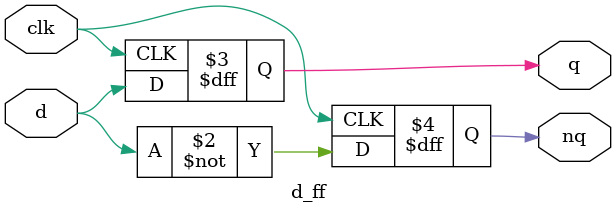
<source format=sv>
module top_module (
	input clk,
	input x,
	output z
);

reg d1, d2, d3;
wire q1, q2, q3;
wire nq1, nq2, nq3;

wire y1, y2, y3;

assign y1 = x ^ q1;
assign y2 = ~q2;
assign y3 = ~q3;

assign z = y1 ~^ y2 ~^ y3;

always @(posedge clk) begin
    d1 <= y1;
    d2 <= y2;
    d3 <= y3;
end

d_ff d_ff1 (
    .clk(clk),
    .d(d1),
    .q(q1),
    .nq(nq1)
);

d_ff d_ff2 (
    .clk(clk),
    .d(d2),
    .q(q2),
    .nq(nq2)
);

d_ff d_ff3 (
    .clk(clk),
    .d(d3),
    .q(q3),
    .nq(nq3)
);

endmodule
module d_ff (
    input clk,
    input d,
    output reg q,
    output reg nq
);

always @(posedge clk) begin
    q <= d;
    nq <= ~d;
end

endmodule

</source>
